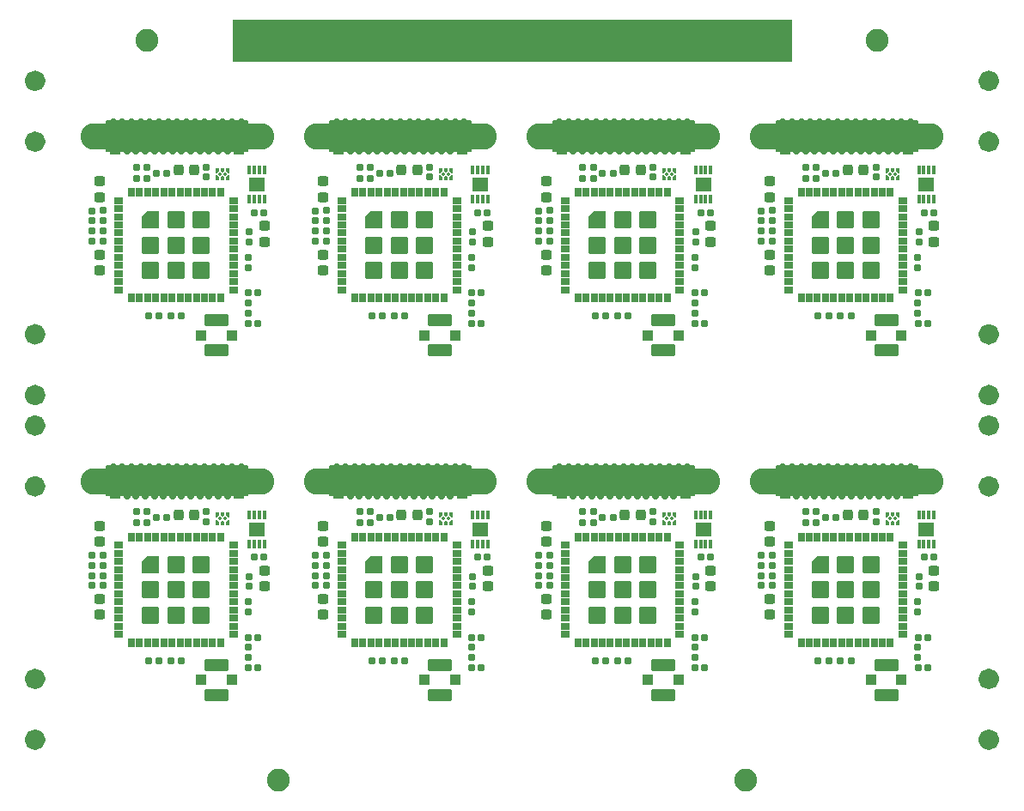
<source format=gts>
G04 #@! TF.GenerationSoftware,KiCad,Pcbnew,8.0.2-1*
G04 #@! TF.CreationDate,2024-07-25T16:39:03+09:00*
G04 #@! TF.ProjectId,leafony-lora-abz_Panelized_Ver1.2,6c656166-6f6e-4792-9d6c-6f72612d6162,rev?*
G04 #@! TF.SameCoordinates,PX4a62f80PY7829b80*
G04 #@! TF.FileFunction,Soldermask,Top*
G04 #@! TF.FilePolarity,Negative*
%FSLAX46Y46*%
G04 Gerber Fmt 4.6, Leading zero omitted, Abs format (unit mm)*
G04 Created by KiCad (PCBNEW 8.0.2-1) date 2024-07-25 16:39:03*
%MOMM*%
%LPD*%
G01*
G04 APERTURE LIST*
G04 Aperture macros list*
%AMRoundRect*
0 Rectangle with rounded corners*
0 $1 Rounding radius*
0 $2 $3 $4 $5 $6 $7 $8 $9 X,Y pos of 4 corners*
0 Add a 4 corners polygon primitive as box body*
4,1,4,$2,$3,$4,$5,$6,$7,$8,$9,$2,$3,0*
0 Add four circle primitives for the rounded corners*
1,1,$1+$1,$2,$3*
1,1,$1+$1,$4,$5*
1,1,$1+$1,$6,$7*
1,1,$1+$1,$8,$9*
0 Add four rect primitives between the rounded corners*
20,1,$1+$1,$2,$3,$4,$5,0*
20,1,$1+$1,$4,$5,$6,$7,0*
20,1,$1+$1,$6,$7,$8,$9,0*
20,1,$1+$1,$8,$9,$2,$3,0*%
%AMFreePoly0*
4,1,14,0.302055,0.136955,0.316700,0.101600,0.316700,0.000000,0.302055,-0.035355,0.200455,-0.136955,0.165100,-0.151600,-0.152400,-0.151600,-0.187755,-0.136955,-0.202400,-0.101600,-0.202400,0.101600,-0.187755,0.136955,-0.152400,0.151600,0.266700,0.151600,0.302055,0.136955,0.302055,0.136955,$1*%
%AMFreePoly1*
4,1,14,0.200455,0.136955,0.302055,0.035355,0.316700,0.000000,0.302055,-0.035355,0.200455,-0.136955,0.165100,-0.151600,-0.152400,-0.151600,-0.187755,-0.136955,-0.202400,-0.101600,-0.202400,0.101600,-0.187755,0.136955,-0.152400,0.151600,0.165100,0.151600,0.200455,0.136955,0.200455,0.136955,$1*%
%AMFreePoly2*
4,1,14,0.200455,0.136955,0.302055,0.035355,0.316700,0.000000,0.316700,-0.101600,0.302055,-0.136955,0.266700,-0.151600,-0.152400,-0.151600,-0.187755,-0.136955,-0.202400,-0.101600,-0.202400,0.101600,-0.187755,0.136955,-0.152400,0.151600,0.165100,0.151600,0.200455,0.136955,0.200455,0.136955,$1*%
%AMFreePoly3*
4,1,14,0.187755,0.136955,0.202400,0.101600,0.202400,-0.101600,0.187755,-0.136955,0.152400,-0.151600,-0.266700,-0.151600,-0.302055,-0.136955,-0.316700,-0.101600,-0.316700,0.000000,-0.302055,0.035355,-0.200455,0.136955,-0.165100,0.151600,0.152400,0.151600,0.187755,0.136955,0.187755,0.136955,$1*%
%AMFreePoly4*
4,1,14,0.187755,0.136955,0.202400,0.101600,0.202400,-0.101600,0.187755,-0.136955,0.152400,-0.151600,-0.165100,-0.151600,-0.200455,-0.136955,-0.302055,-0.035355,-0.316700,0.000000,-0.302055,0.035355,-0.200455,0.136955,-0.165100,0.151600,0.152400,0.151600,0.187755,0.136955,0.187755,0.136955,$1*%
%AMFreePoly5*
4,1,14,0.187755,0.136955,0.202400,0.101600,0.202400,-0.101600,0.187755,-0.136955,0.152400,-0.151600,-0.165100,-0.151600,-0.200455,-0.136955,-0.302055,-0.035355,-0.316700,0.000000,-0.316700,0.101600,-0.302055,0.136955,-0.266700,0.151600,0.152400,0.151600,0.187755,0.136955,0.187755,0.136955,$1*%
%AMFreePoly6*
4,1,14,0.335355,0.835355,0.835355,0.335355,0.850000,0.300000,0.850000,-0.800000,0.835355,-0.835355,0.800000,-0.850000,-0.800000,-0.850000,-0.835355,-0.835355,-0.850000,-0.800000,-0.850000,0.800000,-0.835355,0.835355,-0.800000,0.850000,0.300000,0.850000,0.335355,0.835355,0.335355,0.835355,$1*%
%AMFreePoly7*
4,1,33,0.069195,0.917427,0.167101,0.881793,0.182140,0.873110,0.261953,0.806138,0.273114,0.792836,0.325209,0.702606,0.331148,0.686288,0.349240,0.583682,0.349240,0.566318,0.331148,0.463712,0.325209,0.447394,0.275000,0.360430,0.275000,-0.575000,0.260355,-0.610355,0.225000,-0.625000,-0.225000,-0.625000,-0.260355,-0.610355,-0.275000,-0.575000,-0.275000,0.360430,-0.325209,0.447394,
-0.331148,0.463712,-0.349240,0.566318,-0.349240,0.583682,-0.331148,0.686288,-0.325209,0.702606,-0.273114,0.792836,-0.261953,0.806138,-0.182140,0.873110,-0.167101,0.881793,-0.069195,0.917427,-0.052094,0.920442,0.052094,0.920442,0.069195,0.917427,0.069195,0.917427,$1*%
G04 Aperture macros list end*
%ADD10C,0.150000*%
%ADD11C,1.050000*%
%ADD12C,0.100000*%
%ADD13C,0.000000*%
%ADD14FreePoly0,90.000000*%
%ADD15FreePoly1,90.000000*%
%ADD16FreePoly2,90.000000*%
%ADD17RoundRect,0.050000X0.161645X0.000000X0.000000X0.161645X-0.161645X0.000000X0.000000X-0.161645X0*%
%ADD18FreePoly3,90.000000*%
%ADD19FreePoly4,90.000000*%
%ADD20FreePoly5,90.000000*%
%ADD21RoundRect,0.250000X-0.275000X0.250000X-0.275000X-0.250000X0.275000X-0.250000X0.275000X0.250000X0*%
%ADD22RoundRect,0.160000X-0.210000X0.160000X-0.210000X-0.160000X0.210000X-0.160000X0.210000X0.160000X0*%
%ADD23RoundRect,0.160000X-0.160000X-0.210000X0.160000X-0.210000X0.160000X0.210000X-0.160000X0.210000X0*%
%ADD24RoundRect,0.165000X0.195000X-0.165000X0.195000X0.165000X-0.195000X0.165000X-0.195000X-0.165000X0*%
%ADD25RoundRect,0.250000X0.275000X-0.250000X0.275000X0.250000X-0.275000X0.250000X-0.275000X-0.250000X0*%
%ADD26RoundRect,0.250000X0.250000X0.275000X-0.250000X0.275000X-0.250000X-0.275000X0.250000X-0.275000X0*%
%ADD27RoundRect,0.050000X-0.400000X-0.250000X0.400000X-0.250000X0.400000X0.250000X-0.400000X0.250000X0*%
%ADD28RoundRect,0.050000X0.250000X-0.400000X0.250000X0.400000X-0.250000X0.400000X-0.250000X-0.400000X0*%
%ADD29RoundRect,0.050000X-0.250000X0.400000X-0.250000X-0.400000X0.250000X-0.400000X0.250000X0.400000X0*%
%ADD30FreePoly6,90.000000*%
%ADD31RoundRect,0.050000X0.800000X-0.800000X0.800000X0.800000X-0.800000X0.800000X-0.800000X-0.800000X0*%
%ADD32RoundRect,0.165000X-0.165000X-0.195000X0.165000X-0.195000X0.165000X0.195000X-0.165000X0.195000X0*%
%ADD33RoundRect,0.050000X0.500000X-0.500000X0.500000X0.500000X-0.500000X0.500000X-0.500000X-0.500000X0*%
%ADD34RoundRect,0.050000X1.100000X-0.525000X1.100000X0.525000X-1.100000X0.525000X-1.100000X-0.525000X0*%
%ADD35RoundRect,0.165000X0.165000X0.195000X-0.165000X0.195000X-0.165000X-0.195000X0.165000X-0.195000X0*%
%ADD36RoundRect,0.165000X-0.195000X0.165000X-0.195000X-0.165000X0.195000X-0.165000X0.195000X0.165000X0*%
%ADD37C,2.250000*%
%ADD38RoundRect,0.160000X0.160000X0.210000X-0.160000X0.210000X-0.160000X-0.210000X0.160000X-0.210000X0*%
%ADD39RoundRect,0.050000X-0.150000X0.375000X-0.150000X-0.375000X0.150000X-0.375000X0.150000X0.375000X0*%
%ADD40RoundRect,0.050000X-0.750000X0.650000X-0.750000X-0.650000X0.750000X-0.650000X0.750000X0.650000X0*%
%ADD41RoundRect,0.160000X0.210000X-0.160000X0.210000X0.160000X-0.210000X0.160000X-0.210000X-0.160000X0*%
%ADD42C,2.590000*%
%ADD43RoundRect,0.050000X-0.450000X-0.725000X0.450000X-0.725000X0.450000X0.725000X-0.450000X0.725000X0*%
%ADD44FreePoly7,0.000000*%
%ADD45FreePoly7,180.000000*%
G04 APERTURE END LIST*
D10*
X89950000Y67100000D02*
X76050000Y67100000D01*
X76050000Y70000000D01*
X89950000Y70000000D01*
X89950000Y67100000D01*
G36*
X89950000Y67100000D02*
G01*
X76050000Y67100000D01*
X76050000Y70000000D01*
X89950000Y70000000D01*
X89950000Y67100000D01*
G37*
X89950000Y33100000D02*
X76050000Y33100000D01*
X76050000Y36000000D01*
X89950000Y36000000D01*
X89950000Y33100000D01*
G36*
X89950000Y33100000D02*
G01*
X76050000Y33100000D01*
X76050000Y36000000D01*
X89950000Y36000000D01*
X89950000Y33100000D01*
G37*
X76050000Y67300000D02*
X74750000Y67300000D01*
X74750000Y69700000D01*
X76050000Y69700000D01*
X76050000Y67300000D01*
G36*
X76050000Y67300000D02*
G01*
X74750000Y67300000D01*
X74750000Y69700000D01*
X76050000Y69700000D01*
X76050000Y67300000D01*
G37*
X23950000Y33100000D02*
X10050000Y33100000D01*
X10050000Y36000000D01*
X23950000Y36000000D01*
X23950000Y33100000D01*
G36*
X23950000Y33100000D02*
G01*
X10050000Y33100000D01*
X10050000Y36000000D01*
X23950000Y36000000D01*
X23950000Y33100000D01*
G37*
X69250000Y67300000D02*
X67950000Y67300000D01*
X67950000Y69700000D01*
X69250000Y69700000D01*
X69250000Y67300000D01*
G36*
X69250000Y67300000D02*
G01*
X67950000Y67300000D01*
X67950000Y69700000D01*
X69250000Y69700000D01*
X69250000Y67300000D01*
G37*
D11*
X3525000Y49000000D02*
G75*
G02*
X2475000Y49000000I-525000J0D01*
G01*
X2475000Y49000000D02*
G75*
G02*
X3525000Y49000000I525000J0D01*
G01*
X97525000Y68000000D02*
G75*
G02*
X96475000Y68000000I-525000J0D01*
G01*
X96475000Y68000000D02*
G75*
G02*
X97525000Y68000000I525000J0D01*
G01*
D10*
X54050000Y33300000D02*
X52750000Y33300000D01*
X52750000Y35700000D01*
X54050000Y35700000D01*
X54050000Y33300000D01*
G36*
X54050000Y33300000D02*
G01*
X52750000Y33300000D01*
X52750000Y35700000D01*
X54050000Y35700000D01*
X54050000Y33300000D01*
G37*
X47250000Y33300000D02*
X45950000Y33300000D01*
X45950000Y35700000D01*
X47250000Y35700000D01*
X47250000Y33300000D01*
G36*
X47250000Y33300000D02*
G01*
X45950000Y33300000D01*
X45950000Y35700000D01*
X47250000Y35700000D01*
X47250000Y33300000D01*
G37*
D11*
X97525000Y43000000D02*
G75*
G02*
X96475000Y43000000I-525000J0D01*
G01*
X96475000Y43000000D02*
G75*
G02*
X97525000Y43000000I525000J0D01*
G01*
D10*
X10050000Y67300000D02*
X8750000Y67300000D01*
X8750000Y69700000D01*
X10050000Y69700000D01*
X10050000Y67300000D01*
G36*
X10050000Y67300000D02*
G01*
X8750000Y67300000D01*
X8750000Y69700000D01*
X10050000Y69700000D01*
X10050000Y67300000D01*
G37*
X25250000Y33300000D02*
X23950000Y33300000D01*
X23950000Y35700000D01*
X25250000Y35700000D01*
X25250000Y33300000D01*
G36*
X25250000Y33300000D02*
G01*
X23950000Y33300000D01*
X23950000Y35700000D01*
X25250000Y35700000D01*
X25250000Y33300000D01*
G37*
X67950000Y67100000D02*
X54050000Y67100000D01*
X54050000Y70000000D01*
X67950000Y70000000D01*
X67950000Y67100000D01*
G36*
X67950000Y67100000D02*
G01*
X54050000Y67100000D01*
X54050000Y70000000D01*
X67950000Y70000000D01*
X67950000Y67100000D01*
G37*
D12*
X22500000Y80000000D02*
X77500000Y80000000D01*
X77500000Y76000000D01*
X22500000Y76000000D01*
X22500000Y80000000D01*
G36*
X22500000Y80000000D02*
G01*
X77500000Y80000000D01*
X77500000Y76000000D01*
X22500000Y76000000D01*
X22500000Y80000000D01*
G37*
D10*
X69250000Y33300000D02*
X67950000Y33300000D01*
X67950000Y35700000D01*
X69250000Y35700000D01*
X69250000Y33300000D01*
G36*
X69250000Y33300000D02*
G01*
X67950000Y33300000D01*
X67950000Y35700000D01*
X69250000Y35700000D01*
X69250000Y33300000D01*
G37*
X45950000Y67100000D02*
X32050000Y67100000D01*
X32050000Y70000000D01*
X45950000Y70000000D01*
X45950000Y67100000D01*
G36*
X45950000Y67100000D02*
G01*
X32050000Y67100000D01*
X32050000Y70000000D01*
X45950000Y70000000D01*
X45950000Y67100000D01*
G37*
D11*
X97525000Y40000000D02*
G75*
G02*
X96475000Y40000000I-525000J0D01*
G01*
X96475000Y40000000D02*
G75*
G02*
X97525000Y40000000I525000J0D01*
G01*
X97525000Y9000000D02*
G75*
G02*
X96475000Y9000000I-525000J0D01*
G01*
X96475000Y9000000D02*
G75*
G02*
X97525000Y9000000I525000J0D01*
G01*
X3525000Y40000000D02*
G75*
G02*
X2475000Y40000000I-525000J0D01*
G01*
X2475000Y40000000D02*
G75*
G02*
X3525000Y40000000I525000J0D01*
G01*
D10*
X25250000Y67300000D02*
X23950000Y67300000D01*
X23950000Y69700000D01*
X25250000Y69700000D01*
X25250000Y67300000D01*
G36*
X25250000Y67300000D02*
G01*
X23950000Y67300000D01*
X23950000Y69700000D01*
X25250000Y69700000D01*
X25250000Y67300000D01*
G37*
X76050000Y33300000D02*
X74750000Y33300000D01*
X74750000Y35700000D01*
X76050000Y35700000D01*
X76050000Y33300000D01*
G36*
X76050000Y33300000D02*
G01*
X74750000Y33300000D01*
X74750000Y35700000D01*
X76050000Y35700000D01*
X76050000Y33300000D01*
G37*
X91250000Y67300000D02*
X89950000Y67300000D01*
X89950000Y69700000D01*
X91250000Y69700000D01*
X91250000Y67300000D01*
G36*
X91250000Y67300000D02*
G01*
X89950000Y67300000D01*
X89950000Y69700000D01*
X91250000Y69700000D01*
X91250000Y67300000D01*
G37*
X32050000Y33300000D02*
X30750000Y33300000D01*
X30750000Y35700000D01*
X32050000Y35700000D01*
X32050000Y33300000D01*
G36*
X32050000Y33300000D02*
G01*
X30750000Y33300000D01*
X30750000Y35700000D01*
X32050000Y35700000D01*
X32050000Y33300000D01*
G37*
D11*
X3525000Y9000000D02*
G75*
G02*
X2475000Y9000000I-525000J0D01*
G01*
X2475000Y9000000D02*
G75*
G02*
X3525000Y9000000I525000J0D01*
G01*
D10*
X10050000Y33300000D02*
X8750000Y33300000D01*
X8750000Y35700000D01*
X10050000Y35700000D01*
X10050000Y33300000D01*
G36*
X10050000Y33300000D02*
G01*
X8750000Y33300000D01*
X8750000Y35700000D01*
X10050000Y35700000D01*
X10050000Y33300000D01*
G37*
D11*
X97525000Y49000000D02*
G75*
G02*
X96475000Y49000000I-525000J0D01*
G01*
X96475000Y49000000D02*
G75*
G02*
X97525000Y49000000I525000J0D01*
G01*
X3525000Y15000000D02*
G75*
G02*
X2475000Y15000000I-525000J0D01*
G01*
X2475000Y15000000D02*
G75*
G02*
X3525000Y15000000I525000J0D01*
G01*
D10*
X91250000Y33300000D02*
X89950000Y33300000D01*
X89950000Y35700000D01*
X91250000Y35700000D01*
X91250000Y33300000D01*
G36*
X91250000Y33300000D02*
G01*
X89950000Y33300000D01*
X89950000Y35700000D01*
X91250000Y35700000D01*
X91250000Y33300000D01*
G37*
X67950000Y33100000D02*
X54050000Y33100000D01*
X54050000Y36000000D01*
X67950000Y36000000D01*
X67950000Y33100000D01*
G36*
X67950000Y33100000D02*
G01*
X54050000Y33100000D01*
X54050000Y36000000D01*
X67950000Y36000000D01*
X67950000Y33100000D01*
G37*
X54050000Y67300000D02*
X52750000Y67300000D01*
X52750000Y69700000D01*
X54050000Y69700000D01*
X54050000Y67300000D01*
G36*
X54050000Y67300000D02*
G01*
X52750000Y67300000D01*
X52750000Y69700000D01*
X54050000Y69700000D01*
X54050000Y67300000D01*
G37*
X23950000Y67100000D02*
X10050000Y67100000D01*
X10050000Y70000000D01*
X23950000Y70000000D01*
X23950000Y67100000D01*
G36*
X23950000Y67100000D02*
G01*
X10050000Y67100000D01*
X10050000Y70000000D01*
X23950000Y70000000D01*
X23950000Y67100000D01*
G37*
X47250000Y67300000D02*
X45950000Y67300000D01*
X45950000Y69700000D01*
X47250000Y69700000D01*
X47250000Y67300000D01*
G36*
X47250000Y67300000D02*
G01*
X45950000Y67300000D01*
X45950000Y69700000D01*
X47250000Y69700000D01*
X47250000Y67300000D01*
G37*
X45950000Y33100000D02*
X32050000Y33100000D01*
X32050000Y36000000D01*
X45950000Y36000000D01*
X45950000Y33100000D01*
G36*
X45950000Y33100000D02*
G01*
X32050000Y33100000D01*
X32050000Y36000000D01*
X45950000Y36000000D01*
X45950000Y33100000D01*
G37*
D11*
X97525000Y34000000D02*
G75*
G02*
X96475000Y34000000I-525000J0D01*
G01*
X96475000Y34000000D02*
G75*
G02*
X97525000Y34000000I525000J0D01*
G01*
X3525000Y43000000D02*
G75*
G02*
X2475000Y43000000I-525000J0D01*
G01*
X2475000Y43000000D02*
G75*
G02*
X3525000Y43000000I525000J0D01*
G01*
X97525000Y74000000D02*
G75*
G02*
X96475000Y74000000I-525000J0D01*
G01*
X96475000Y74000000D02*
G75*
G02*
X97525000Y74000000I525000J0D01*
G01*
X97525000Y15000000D02*
G75*
G02*
X96475000Y15000000I-525000J0D01*
G01*
X96475000Y15000000D02*
G75*
G02*
X97525000Y15000000I525000J0D01*
G01*
X3525000Y68000000D02*
G75*
G02*
X2475000Y68000000I-525000J0D01*
G01*
X2475000Y68000000D02*
G75*
G02*
X3525000Y68000000I525000J0D01*
G01*
X3525000Y34000000D02*
G75*
G02*
X2475000Y34000000I-525000J0D01*
G01*
X2475000Y34000000D02*
G75*
G02*
X3525000Y34000000I525000J0D01*
G01*
D10*
X32050000Y67300000D02*
X30750000Y67300000D01*
X30750000Y69700000D01*
X32050000Y69700000D01*
X32050000Y67300000D01*
G36*
X32050000Y67300000D02*
G01*
X30750000Y67300000D01*
X30750000Y69700000D01*
X32050000Y69700000D01*
X32050000Y67300000D01*
G37*
D11*
X3525000Y74000000D02*
G75*
G02*
X2475000Y74000000I-525000J0D01*
G01*
X2475000Y74000000D02*
G75*
G02*
X3525000Y74000000I525000J0D01*
G01*
D13*
G36*
X21101220Y30518060D02*
G01*
X21101220Y30200560D01*
X20898020Y30200560D01*
X20898020Y30619660D01*
X20999620Y30619660D01*
X21101220Y30518060D01*
G37*
G36*
X21601600Y30518060D02*
G01*
X21601600Y30200560D01*
X21398400Y30200560D01*
X21398400Y30518060D01*
X21500000Y30619660D01*
X21601600Y30518060D01*
G37*
G36*
X22101980Y30200560D02*
G01*
X21898780Y30200560D01*
X21898780Y30518060D01*
X22000380Y30619660D01*
X22101980Y30619660D01*
X22101980Y30200560D01*
G37*
G36*
X21101220Y31081940D02*
G01*
X20999620Y30980340D01*
X20898020Y30980340D01*
X20898020Y31399440D01*
X21101220Y31399440D01*
X21101220Y31081940D01*
G37*
G36*
X21601600Y31081940D02*
G01*
X21500000Y30980340D01*
X21398400Y31081940D01*
X21398400Y31399440D01*
X21601600Y31399440D01*
X21601600Y31081940D01*
G37*
G36*
X22101980Y30980340D02*
G01*
X22000380Y30980340D01*
X21898780Y31081940D01*
X21898780Y31399440D01*
X22101980Y31399440D01*
X22101980Y30980340D01*
G37*
G36*
X87101220Y30518060D02*
G01*
X87101220Y30200560D01*
X86898020Y30200560D01*
X86898020Y30619660D01*
X86999620Y30619660D01*
X87101220Y30518060D01*
G37*
G36*
X87601600Y30518060D02*
G01*
X87601600Y30200560D01*
X87398400Y30200560D01*
X87398400Y30518060D01*
X87500000Y30619660D01*
X87601600Y30518060D01*
G37*
G36*
X88101980Y30200560D02*
G01*
X87898780Y30200560D01*
X87898780Y30518060D01*
X88000380Y30619660D01*
X88101980Y30619660D01*
X88101980Y30200560D01*
G37*
G36*
X87101220Y31081940D02*
G01*
X86999620Y30980340D01*
X86898020Y30980340D01*
X86898020Y31399440D01*
X87101220Y31399440D01*
X87101220Y31081940D01*
G37*
G36*
X87601600Y31081940D02*
G01*
X87500000Y30980340D01*
X87398400Y31081940D01*
X87398400Y31399440D01*
X87601600Y31399440D01*
X87601600Y31081940D01*
G37*
G36*
X88101980Y30980340D02*
G01*
X88000380Y30980340D01*
X87898780Y31081940D01*
X87898780Y31399440D01*
X88101980Y31399440D01*
X88101980Y30980340D01*
G37*
G36*
X43101220Y30518060D02*
G01*
X43101220Y30200560D01*
X42898020Y30200560D01*
X42898020Y30619660D01*
X42999620Y30619660D01*
X43101220Y30518060D01*
G37*
G36*
X43601600Y30518060D02*
G01*
X43601600Y30200560D01*
X43398400Y30200560D01*
X43398400Y30518060D01*
X43500000Y30619660D01*
X43601600Y30518060D01*
G37*
G36*
X44101980Y30200560D02*
G01*
X43898780Y30200560D01*
X43898780Y30518060D01*
X44000380Y30619660D01*
X44101980Y30619660D01*
X44101980Y30200560D01*
G37*
G36*
X43101220Y31081940D02*
G01*
X42999620Y30980340D01*
X42898020Y30980340D01*
X42898020Y31399440D01*
X43101220Y31399440D01*
X43101220Y31081940D01*
G37*
G36*
X43601600Y31081940D02*
G01*
X43500000Y30980340D01*
X43398400Y31081940D01*
X43398400Y31399440D01*
X43601600Y31399440D01*
X43601600Y31081940D01*
G37*
G36*
X44101980Y30980340D02*
G01*
X44000380Y30980340D01*
X43898780Y31081940D01*
X43898780Y31399440D01*
X44101980Y31399440D01*
X44101980Y30980340D01*
G37*
G36*
X65101220Y30518060D02*
G01*
X65101220Y30200560D01*
X64898020Y30200560D01*
X64898020Y30619660D01*
X64999620Y30619660D01*
X65101220Y30518060D01*
G37*
G36*
X65601600Y30518060D02*
G01*
X65601600Y30200560D01*
X65398400Y30200560D01*
X65398400Y30518060D01*
X65500000Y30619660D01*
X65601600Y30518060D01*
G37*
G36*
X66101980Y30200560D02*
G01*
X65898780Y30200560D01*
X65898780Y30518060D01*
X66000380Y30619660D01*
X66101980Y30619660D01*
X66101980Y30200560D01*
G37*
G36*
X65101220Y31081940D02*
G01*
X64999620Y30980340D01*
X64898020Y30980340D01*
X64898020Y31399440D01*
X65101220Y31399440D01*
X65101220Y31081940D01*
G37*
G36*
X65601600Y31081940D02*
G01*
X65500000Y30980340D01*
X65398400Y31081940D01*
X65398400Y31399440D01*
X65601600Y31399440D01*
X65601600Y31081940D01*
G37*
G36*
X66101980Y30980340D02*
G01*
X66000380Y30980340D01*
X65898780Y31081940D01*
X65898780Y31399440D01*
X66101980Y31399440D01*
X66101980Y30980340D01*
G37*
G36*
X21101220Y64518060D02*
G01*
X21101220Y64200560D01*
X20898020Y64200560D01*
X20898020Y64619660D01*
X20999620Y64619660D01*
X21101220Y64518060D01*
G37*
G36*
X21601600Y64518060D02*
G01*
X21601600Y64200560D01*
X21398400Y64200560D01*
X21398400Y64518060D01*
X21500000Y64619660D01*
X21601600Y64518060D01*
G37*
G36*
X22101980Y64200560D02*
G01*
X21898780Y64200560D01*
X21898780Y64518060D01*
X22000380Y64619660D01*
X22101980Y64619660D01*
X22101980Y64200560D01*
G37*
G36*
X21101220Y65081940D02*
G01*
X20999620Y64980340D01*
X20898020Y64980340D01*
X20898020Y65399440D01*
X21101220Y65399440D01*
X21101220Y65081940D01*
G37*
G36*
X21601600Y65081940D02*
G01*
X21500000Y64980340D01*
X21398400Y65081940D01*
X21398400Y65399440D01*
X21601600Y65399440D01*
X21601600Y65081940D01*
G37*
G36*
X22101980Y64980340D02*
G01*
X22000380Y64980340D01*
X21898780Y65081940D01*
X21898780Y65399440D01*
X22101980Y65399440D01*
X22101980Y64980340D01*
G37*
G36*
X65101220Y64518060D02*
G01*
X65101220Y64200560D01*
X64898020Y64200560D01*
X64898020Y64619660D01*
X64999620Y64619660D01*
X65101220Y64518060D01*
G37*
G36*
X65601600Y64518060D02*
G01*
X65601600Y64200560D01*
X65398400Y64200560D01*
X65398400Y64518060D01*
X65500000Y64619660D01*
X65601600Y64518060D01*
G37*
G36*
X66101980Y64200560D02*
G01*
X65898780Y64200560D01*
X65898780Y64518060D01*
X66000380Y64619660D01*
X66101980Y64619660D01*
X66101980Y64200560D01*
G37*
G36*
X65101220Y65081940D02*
G01*
X64999620Y64980340D01*
X64898020Y64980340D01*
X64898020Y65399440D01*
X65101220Y65399440D01*
X65101220Y65081940D01*
G37*
G36*
X65601600Y65081940D02*
G01*
X65500000Y64980340D01*
X65398400Y65081940D01*
X65398400Y65399440D01*
X65601600Y65399440D01*
X65601600Y65081940D01*
G37*
G36*
X66101980Y64980340D02*
G01*
X66000380Y64980340D01*
X65898780Y65081940D01*
X65898780Y65399440D01*
X66101980Y65399440D01*
X66101980Y64980340D01*
G37*
G36*
X87101220Y64518060D02*
G01*
X87101220Y64200560D01*
X86898020Y64200560D01*
X86898020Y64619660D01*
X86999620Y64619660D01*
X87101220Y64518060D01*
G37*
G36*
X87601600Y64518060D02*
G01*
X87601600Y64200560D01*
X87398400Y64200560D01*
X87398400Y64518060D01*
X87500000Y64619660D01*
X87601600Y64518060D01*
G37*
G36*
X88101980Y64200560D02*
G01*
X87898780Y64200560D01*
X87898780Y64518060D01*
X88000380Y64619660D01*
X88101980Y64619660D01*
X88101980Y64200560D01*
G37*
G36*
X87101220Y65081940D02*
G01*
X86999620Y64980340D01*
X86898020Y64980340D01*
X86898020Y65399440D01*
X87101220Y65399440D01*
X87101220Y65081940D01*
G37*
G36*
X87601600Y65081940D02*
G01*
X87500000Y64980340D01*
X87398400Y65081940D01*
X87398400Y65399440D01*
X87601600Y65399440D01*
X87601600Y65081940D01*
G37*
G36*
X88101980Y64980340D02*
G01*
X88000380Y64980340D01*
X87898780Y65081940D01*
X87898780Y65399440D01*
X88101980Y65399440D01*
X88101980Y64980340D01*
G37*
G36*
X43101220Y64518060D02*
G01*
X43101220Y64200560D01*
X42898020Y64200560D01*
X42898020Y64619660D01*
X42999620Y64619660D01*
X43101220Y64518060D01*
G37*
G36*
X43601600Y64518060D02*
G01*
X43601600Y64200560D01*
X43398400Y64200560D01*
X43398400Y64518060D01*
X43500000Y64619660D01*
X43601600Y64518060D01*
G37*
G36*
X44101980Y64200560D02*
G01*
X43898780Y64200560D01*
X43898780Y64518060D01*
X44000380Y64619660D01*
X44101980Y64619660D01*
X44101980Y64200560D01*
G37*
G36*
X43101220Y65081940D02*
G01*
X42999620Y64980340D01*
X42898020Y64980340D01*
X42898020Y65399440D01*
X43101220Y65399440D01*
X43101220Y65081940D01*
G37*
G36*
X43601600Y65081940D02*
G01*
X43500000Y64980340D01*
X43398400Y65081940D01*
X43398400Y65399440D01*
X43601600Y65399440D01*
X43601600Y65081940D01*
G37*
G36*
X44101980Y64980340D02*
G01*
X44000380Y64980340D01*
X43898780Y65081940D01*
X43898780Y65399440D01*
X44101980Y65399440D01*
X44101980Y64980340D01*
G37*
D14*
X20999620Y30352960D03*
D15*
X21500000Y30352960D03*
D16*
X22000380Y30352960D03*
D17*
X21769240Y30800000D03*
D18*
X22000380Y31247040D03*
D19*
X21500000Y31247040D03*
D20*
X20999620Y31247040D03*
D17*
X21230760Y30800000D03*
D21*
X9400000Y22875000D03*
X9400000Y21325000D03*
D22*
X24000000Y52110000D03*
X24000000Y51090000D03*
D23*
X16390000Y16800000D03*
X17410000Y16800000D03*
D24*
X8600000Y24220000D03*
X8600000Y25180000D03*
D25*
X75400000Y28525000D03*
X75400000Y30075000D03*
D24*
X52600000Y58220000D03*
X52600000Y59180000D03*
D22*
X46000000Y18110000D03*
X46000000Y17090000D03*
D26*
X40675000Y65200000D03*
X39125000Y65200000D03*
D27*
X33250000Y62200000D03*
X33250000Y61400000D03*
X33250000Y60600000D03*
X33250000Y59800000D03*
X33250000Y59000000D03*
X33250000Y58200000D03*
X33250000Y57400000D03*
X33250000Y56600000D03*
X33250000Y55800000D03*
X33250000Y55000000D03*
X33250000Y54200000D03*
X33250000Y53400000D03*
D28*
X34500000Y52600000D03*
X35300000Y52600000D03*
X36100000Y52600000D03*
X36900000Y52600000D03*
X37700000Y52600000D03*
X38500000Y52600000D03*
X39300000Y52600000D03*
D29*
X40100000Y52600000D03*
X40900000Y52600000D03*
X41700000Y52600000D03*
X42500000Y52600000D03*
X43300000Y52600000D03*
D27*
X44550000Y53400000D03*
X44550000Y54200000D03*
X44550000Y55000000D03*
X44550000Y55800000D03*
X44550000Y56600000D03*
X44550000Y57400000D03*
X44550000Y58200000D03*
X44550000Y59000000D03*
X44550000Y59800000D03*
X44550000Y60600000D03*
X44550000Y61400000D03*
X44550000Y62200000D03*
D28*
X43300000Y63000000D03*
X42500000Y63000000D03*
X41700000Y63000000D03*
X40900000Y63000000D03*
X40100000Y63000000D03*
X39300000Y63000000D03*
X38500000Y63000000D03*
X37700000Y63000000D03*
X36900000Y63000000D03*
X36100000Y63000000D03*
X35300000Y63000000D03*
X34500000Y63000000D03*
D30*
X36400000Y60300000D03*
D31*
X38900000Y60300000D03*
X41400000Y60300000D03*
X36400000Y57800000D03*
X38900000Y57800000D03*
X41400000Y57800000D03*
X36400000Y55300000D03*
X38900000Y55300000D03*
X41400000Y55300000D03*
D14*
X86999620Y30352960D03*
D15*
X87500000Y30352960D03*
D16*
X88000380Y30352960D03*
D17*
X87769240Y30800000D03*
D18*
X88000380Y31247040D03*
D19*
X87500000Y31247040D03*
D20*
X86999620Y31247040D03*
D17*
X87230760Y30800000D03*
D32*
X68020000Y19100000D03*
X68980000Y19100000D03*
D33*
X22400000Y14900000D03*
D34*
X20900000Y13425000D03*
D33*
X19400000Y14900000D03*
D34*
X20900000Y16375000D03*
D33*
X44400000Y48900000D03*
D34*
X42900000Y47425000D03*
D33*
X41400000Y48900000D03*
D34*
X42900000Y50375000D03*
D32*
X90020000Y16100000D03*
X90980000Y16100000D03*
D33*
X88400000Y48900000D03*
D34*
X86900000Y47425000D03*
D33*
X85400000Y48900000D03*
D34*
X86900000Y50375000D03*
D35*
X25580000Y27000000D03*
X24620000Y27000000D03*
D14*
X42999620Y30352960D03*
D15*
X43500000Y30352960D03*
D16*
X44000380Y30352960D03*
D17*
X43769240Y30800000D03*
D18*
X44000380Y31247040D03*
D19*
X43500000Y31247040D03*
D20*
X42999620Y31247040D03*
D17*
X43230760Y30800000D03*
D22*
X68000000Y22610000D03*
X68000000Y21590000D03*
D36*
X52600000Y27180000D03*
X52600000Y26220000D03*
D23*
X80940000Y64900000D03*
X81960000Y64900000D03*
D24*
X74600000Y58220000D03*
X74600000Y59180000D03*
D26*
X62675000Y65200000D03*
X61125000Y65200000D03*
D27*
X11250000Y28200000D03*
X11250000Y27400000D03*
X11250000Y26600000D03*
X11250000Y25800000D03*
X11250000Y25000000D03*
X11250000Y24200000D03*
X11250000Y23400000D03*
X11250000Y22600000D03*
X11250000Y21800000D03*
X11250000Y21000000D03*
X11250000Y20200000D03*
X11250000Y19400000D03*
D28*
X12500000Y18600000D03*
X13300000Y18600000D03*
X14100000Y18600000D03*
X14900000Y18600000D03*
X15700000Y18600000D03*
X16500000Y18600000D03*
X17300000Y18600000D03*
D29*
X18100000Y18600000D03*
X18900000Y18600000D03*
X19700000Y18600000D03*
X20500000Y18600000D03*
X21300000Y18600000D03*
D27*
X22550000Y19400000D03*
X22550000Y20200000D03*
X22550000Y21000000D03*
X22550000Y21800000D03*
X22550000Y22600000D03*
X22550000Y23400000D03*
X22550000Y24200000D03*
X22550000Y25000000D03*
X22550000Y25800000D03*
X22550000Y26600000D03*
X22550000Y27400000D03*
X22550000Y28200000D03*
D28*
X21300000Y29000000D03*
X20500000Y29000000D03*
X19700000Y29000000D03*
X18900000Y29000000D03*
X18100000Y29000000D03*
X17300000Y29000000D03*
X16500000Y29000000D03*
X15700000Y29000000D03*
X14900000Y29000000D03*
X14100000Y29000000D03*
X13300000Y29000000D03*
X12500000Y29000000D03*
D30*
X14400000Y26300000D03*
D31*
X16900000Y26300000D03*
X19400000Y26300000D03*
X14400000Y23800000D03*
X16900000Y23800000D03*
X19400000Y23800000D03*
X14400000Y21300000D03*
X16900000Y21300000D03*
X19400000Y21300000D03*
D23*
X78990000Y30400000D03*
X80010000Y30400000D03*
D36*
X85900000Y31480000D03*
X85900000Y30520000D03*
D23*
X38390000Y16800000D03*
X39410000Y16800000D03*
D24*
X53700000Y58220000D03*
X53700000Y59180000D03*
D37*
X27000000Y5000000D03*
D23*
X16390000Y50800000D03*
X17410000Y50800000D03*
D36*
X8600000Y27180000D03*
X8600000Y26220000D03*
X74600000Y27180000D03*
X74600000Y26220000D03*
D38*
X15210000Y16800000D03*
X14190000Y16800000D03*
D22*
X90000000Y52110000D03*
X90000000Y51090000D03*
D36*
X8600000Y61180000D03*
X8600000Y60220000D03*
D26*
X40675000Y31200000D03*
X39125000Y31200000D03*
D39*
X47600000Y65200000D03*
X47100000Y65200000D03*
X46600000Y65200000D03*
X46100000Y65200000D03*
X46100000Y62300000D03*
X46600000Y62300000D03*
X47100000Y62300000D03*
X47600000Y62300000D03*
D40*
X46850000Y63750000D03*
D35*
X91580000Y61000000D03*
X90620000Y61000000D03*
D37*
X14000000Y78000000D03*
D41*
X53700000Y26190000D03*
X53700000Y27210000D03*
D27*
X11250000Y62200000D03*
X11250000Y61400000D03*
X11250000Y60600000D03*
X11250000Y59800000D03*
X11250000Y59000000D03*
X11250000Y58200000D03*
X11250000Y57400000D03*
X11250000Y56600000D03*
X11250000Y55800000D03*
X11250000Y55000000D03*
X11250000Y54200000D03*
X11250000Y53400000D03*
D28*
X12500000Y52600000D03*
X13300000Y52600000D03*
X14100000Y52600000D03*
X14900000Y52600000D03*
X15700000Y52600000D03*
X16500000Y52600000D03*
X17300000Y52600000D03*
D29*
X18100000Y52600000D03*
X18900000Y52600000D03*
X19700000Y52600000D03*
X20500000Y52600000D03*
X21300000Y52600000D03*
D27*
X22550000Y53400000D03*
X22550000Y54200000D03*
X22550000Y55000000D03*
X22550000Y55800000D03*
X22550000Y56600000D03*
X22550000Y57400000D03*
X22550000Y58200000D03*
X22550000Y59000000D03*
X22550000Y59800000D03*
X22550000Y60600000D03*
X22550000Y61400000D03*
X22550000Y62200000D03*
D28*
X21300000Y63000000D03*
X20500000Y63000000D03*
X19700000Y63000000D03*
X18900000Y63000000D03*
X18100000Y63000000D03*
X17300000Y63000000D03*
X16500000Y63000000D03*
X15700000Y63000000D03*
X14900000Y63000000D03*
X14100000Y63000000D03*
X13300000Y63000000D03*
X12500000Y63000000D03*
D30*
X14400000Y60300000D03*
D31*
X16900000Y60300000D03*
X19400000Y60300000D03*
X14400000Y57800000D03*
X16900000Y57800000D03*
X19400000Y57800000D03*
X14400000Y55300000D03*
X16900000Y55300000D03*
X19400000Y55300000D03*
D22*
X90000000Y22610000D03*
X90000000Y21590000D03*
D38*
X59210000Y16800000D03*
X58190000Y16800000D03*
D36*
X68100000Y59080000D03*
X68100000Y58120000D03*
D42*
X8750000Y68500000D03*
X25250000Y68500000D03*
D43*
X10925000Y67525000D03*
D44*
X10700000Y69325000D03*
D45*
X12050000Y67675000D03*
D44*
X11600000Y69325000D03*
D45*
X12950000Y67675000D03*
D44*
X12500000Y69325000D03*
D45*
X13850000Y67675000D03*
D44*
X13400000Y69325000D03*
D45*
X14750000Y67675000D03*
D44*
X14300000Y69325000D03*
D45*
X15650000Y67675000D03*
D44*
X15200000Y69325000D03*
D45*
X16550000Y67675000D03*
D44*
X16100000Y69325000D03*
D45*
X17450000Y67675000D03*
D44*
X17000000Y69325000D03*
D45*
X18350000Y67675000D03*
D44*
X17900000Y69325000D03*
D45*
X19250000Y67675000D03*
D44*
X18800000Y69325000D03*
D45*
X20150000Y67675000D03*
D44*
X19700000Y69325000D03*
D45*
X21050000Y67675000D03*
D44*
X20600000Y69325000D03*
D45*
X21950000Y67675000D03*
D44*
X21500000Y69325000D03*
D43*
X23075000Y67525000D03*
D44*
X22400000Y69325000D03*
X23300000Y69325000D03*
D27*
X55250000Y28200000D03*
X55250000Y27400000D03*
X55250000Y26600000D03*
X55250000Y25800000D03*
X55250000Y25000000D03*
X55250000Y24200000D03*
X55250000Y23400000D03*
X55250000Y22600000D03*
X55250000Y21800000D03*
X55250000Y21000000D03*
X55250000Y20200000D03*
X55250000Y19400000D03*
D28*
X56500000Y18600000D03*
X57300000Y18600000D03*
X58100000Y18600000D03*
X58900000Y18600000D03*
X59700000Y18600000D03*
X60500000Y18600000D03*
X61300000Y18600000D03*
D29*
X62100000Y18600000D03*
X62900000Y18600000D03*
X63700000Y18600000D03*
X64500000Y18600000D03*
X65300000Y18600000D03*
D27*
X66550000Y19400000D03*
X66550000Y20200000D03*
X66550000Y21000000D03*
X66550000Y21800000D03*
X66550000Y22600000D03*
X66550000Y23400000D03*
X66550000Y24200000D03*
X66550000Y25000000D03*
X66550000Y25800000D03*
X66550000Y26600000D03*
X66550000Y27400000D03*
X66550000Y28200000D03*
D28*
X65300000Y29000000D03*
X64500000Y29000000D03*
X63700000Y29000000D03*
X62900000Y29000000D03*
X62100000Y29000000D03*
X61300000Y29000000D03*
X60500000Y29000000D03*
X59700000Y29000000D03*
X58900000Y29000000D03*
X58100000Y29000000D03*
X57300000Y29000000D03*
X56500000Y29000000D03*
D30*
X58400000Y26300000D03*
D31*
X60900000Y26300000D03*
X63400000Y26300000D03*
X58400000Y23800000D03*
X60900000Y23800000D03*
X63400000Y23800000D03*
X58400000Y21300000D03*
X60900000Y21300000D03*
X63400000Y21300000D03*
D36*
X46100000Y25080000D03*
X46100000Y24120000D03*
D26*
X18675000Y65200000D03*
X17125000Y65200000D03*
D38*
X14010000Y65500000D03*
X12990000Y65500000D03*
D24*
X9700000Y24220000D03*
X9700000Y25180000D03*
D39*
X91600000Y65200000D03*
X91100000Y65200000D03*
X90600000Y65200000D03*
X90100000Y65200000D03*
X90100000Y62300000D03*
X90600000Y62300000D03*
X91100000Y62300000D03*
X91600000Y62300000D03*
D40*
X90850000Y63750000D03*
D25*
X53400000Y62525000D03*
X53400000Y64075000D03*
D21*
X47600000Y59675000D03*
X47600000Y58125000D03*
D35*
X91580000Y27000000D03*
X90620000Y27000000D03*
D38*
X58010000Y31500000D03*
X56990000Y31500000D03*
D21*
X9400000Y56875000D03*
X9400000Y55325000D03*
D26*
X62675000Y31200000D03*
X61125000Y31200000D03*
D32*
X24020000Y53100000D03*
X24980000Y53100000D03*
D21*
X31400000Y56875000D03*
X31400000Y55325000D03*
D22*
X90000000Y56610000D03*
X90000000Y55590000D03*
D23*
X60390000Y50800000D03*
X61410000Y50800000D03*
D35*
X47580000Y27000000D03*
X46620000Y27000000D03*
D21*
X75400000Y56875000D03*
X75400000Y55325000D03*
D36*
X46100000Y59080000D03*
X46100000Y58120000D03*
D26*
X18675000Y31200000D03*
X17125000Y31200000D03*
D21*
X69600000Y59675000D03*
X69600000Y58125000D03*
D23*
X78990000Y64400000D03*
X80010000Y64400000D03*
D41*
X53700000Y60190000D03*
X53700000Y61210000D03*
D36*
X24100000Y59080000D03*
X24100000Y58120000D03*
D21*
X31400000Y22875000D03*
X31400000Y21325000D03*
D39*
X69600000Y65200000D03*
X69100000Y65200000D03*
X68600000Y65200000D03*
X68100000Y65200000D03*
X68100000Y62300000D03*
X68600000Y62300000D03*
X69100000Y62300000D03*
X69600000Y62300000D03*
D40*
X68850000Y63750000D03*
D14*
X64999620Y30352960D03*
D15*
X65500000Y30352960D03*
D16*
X66000380Y30352960D03*
D17*
X65769240Y30800000D03*
D18*
X66000380Y31247040D03*
D19*
X65500000Y31247040D03*
D20*
X64999620Y31247040D03*
D17*
X65230760Y30800000D03*
D38*
X80010000Y65500000D03*
X78990000Y65500000D03*
D21*
X91600000Y59675000D03*
X91600000Y58125000D03*
D42*
X74750000Y68500000D03*
X91250000Y68500000D03*
D43*
X76925000Y67525000D03*
D44*
X76700000Y69325000D03*
D45*
X78050000Y67675000D03*
D44*
X77600000Y69325000D03*
D45*
X78950000Y67675000D03*
D44*
X78500000Y69325000D03*
D45*
X79850000Y67675000D03*
D44*
X79400000Y69325000D03*
D45*
X80750000Y67675000D03*
D44*
X80300000Y69325000D03*
D45*
X81650000Y67675000D03*
D44*
X81200000Y69325000D03*
D45*
X82550000Y67675000D03*
D44*
X82100000Y69325000D03*
D45*
X83450000Y67675000D03*
D44*
X83000000Y69325000D03*
D45*
X84350000Y67675000D03*
D44*
X83900000Y69325000D03*
D45*
X85250000Y67675000D03*
D44*
X84800000Y69325000D03*
D45*
X86150000Y67675000D03*
D44*
X85700000Y69325000D03*
D45*
X87050000Y67675000D03*
D44*
X86600000Y69325000D03*
D45*
X87950000Y67675000D03*
D44*
X87500000Y69325000D03*
D43*
X89075000Y67525000D03*
D44*
X88400000Y69325000D03*
X89300000Y69325000D03*
D38*
X81210000Y16800000D03*
X80190000Y16800000D03*
D41*
X9700000Y26190000D03*
X9700000Y27210000D03*
D23*
X58940000Y64900000D03*
X59960000Y64900000D03*
D25*
X75400000Y62525000D03*
X75400000Y64075000D03*
X31400000Y28525000D03*
X31400000Y30075000D03*
D36*
X90100000Y25080000D03*
X90100000Y24120000D03*
D26*
X84675000Y31200000D03*
X83125000Y31200000D03*
D41*
X75700000Y60190000D03*
X75700000Y61210000D03*
D14*
X20999620Y64352960D03*
D15*
X21500000Y64352960D03*
D16*
X22000380Y64352960D03*
D17*
X21769240Y64800000D03*
D18*
X22000380Y65247040D03*
D19*
X21500000Y65247040D03*
D20*
X20999620Y65247040D03*
D17*
X21230760Y64800000D03*
D36*
X63900000Y65480000D03*
X63900000Y64520000D03*
D42*
X52750000Y68500000D03*
X69250000Y68500000D03*
D43*
X54925000Y67525000D03*
D44*
X54700000Y69325000D03*
D45*
X56050000Y67675000D03*
D44*
X55600000Y69325000D03*
D45*
X56950000Y67675000D03*
D44*
X56500000Y69325000D03*
D45*
X57850000Y67675000D03*
D44*
X57400000Y69325000D03*
D45*
X58750000Y67675000D03*
D44*
X58300000Y69325000D03*
D45*
X59650000Y67675000D03*
D44*
X59200000Y69325000D03*
D45*
X60550000Y67675000D03*
D44*
X60100000Y69325000D03*
D45*
X61450000Y67675000D03*
D44*
X61000000Y69325000D03*
D45*
X62350000Y67675000D03*
D44*
X61900000Y69325000D03*
D45*
X63250000Y67675000D03*
D44*
X62800000Y69325000D03*
D45*
X64150000Y67675000D03*
D44*
X63700000Y69325000D03*
D45*
X65050000Y67675000D03*
D44*
X64600000Y69325000D03*
D45*
X65950000Y67675000D03*
D44*
X65500000Y69325000D03*
D43*
X67075000Y67525000D03*
D44*
X66400000Y69325000D03*
X67300000Y69325000D03*
D21*
X75400000Y22875000D03*
X75400000Y21325000D03*
D38*
X37210000Y16800000D03*
X36190000Y16800000D03*
D22*
X46000000Y52110000D03*
X46000000Y51090000D03*
D24*
X30600000Y58220000D03*
X30600000Y59180000D03*
D38*
X80010000Y31500000D03*
X78990000Y31500000D03*
D23*
X12990000Y30400000D03*
X14010000Y30400000D03*
D25*
X9400000Y62525000D03*
X9400000Y64075000D03*
D14*
X64999620Y64352960D03*
D15*
X65500000Y64352960D03*
D16*
X66000380Y64352960D03*
D17*
X65769240Y64800000D03*
D18*
X66000380Y65247040D03*
D19*
X65500000Y65247040D03*
D20*
X64999620Y65247040D03*
D17*
X65230760Y64800000D03*
D22*
X68000000Y56610000D03*
X68000000Y55590000D03*
D24*
X75700000Y58220000D03*
X75700000Y59180000D03*
D39*
X25600000Y31200000D03*
X25100000Y31200000D03*
X24600000Y31200000D03*
X24100000Y31200000D03*
X24100000Y28300000D03*
X24600000Y28300000D03*
X25100000Y28300000D03*
X25600000Y28300000D03*
D40*
X24850000Y29750000D03*
D27*
X55250000Y62200000D03*
X55250000Y61400000D03*
X55250000Y60600000D03*
X55250000Y59800000D03*
X55250000Y59000000D03*
X55250000Y58200000D03*
X55250000Y57400000D03*
X55250000Y56600000D03*
X55250000Y55800000D03*
X55250000Y55000000D03*
X55250000Y54200000D03*
X55250000Y53400000D03*
D28*
X56500000Y52600000D03*
X57300000Y52600000D03*
X58100000Y52600000D03*
X58900000Y52600000D03*
X59700000Y52600000D03*
X60500000Y52600000D03*
X61300000Y52600000D03*
D29*
X62100000Y52600000D03*
X62900000Y52600000D03*
X63700000Y52600000D03*
X64500000Y52600000D03*
X65300000Y52600000D03*
D27*
X66550000Y53400000D03*
X66550000Y54200000D03*
X66550000Y55000000D03*
X66550000Y55800000D03*
X66550000Y56600000D03*
X66550000Y57400000D03*
X66550000Y58200000D03*
X66550000Y59000000D03*
X66550000Y59800000D03*
X66550000Y60600000D03*
X66550000Y61400000D03*
X66550000Y62200000D03*
D28*
X65300000Y63000000D03*
X64500000Y63000000D03*
X63700000Y63000000D03*
X62900000Y63000000D03*
X62100000Y63000000D03*
X61300000Y63000000D03*
X60500000Y63000000D03*
X59700000Y63000000D03*
X58900000Y63000000D03*
X58100000Y63000000D03*
X57300000Y63000000D03*
X56500000Y63000000D03*
D30*
X58400000Y60300000D03*
D31*
X60900000Y60300000D03*
X63400000Y60300000D03*
X58400000Y57800000D03*
X60900000Y57800000D03*
X63400000Y57800000D03*
X58400000Y55300000D03*
X60900000Y55300000D03*
X63400000Y55300000D03*
D32*
X68020000Y16100000D03*
X68980000Y16100000D03*
X90020000Y19100000D03*
X90980000Y19100000D03*
D21*
X69600000Y25675000D03*
X69600000Y24125000D03*
X47600000Y25675000D03*
X47600000Y24125000D03*
D23*
X80940000Y30900000D03*
X81960000Y30900000D03*
D32*
X24020000Y19100000D03*
X24980000Y19100000D03*
D33*
X44400000Y14900000D03*
D34*
X42900000Y13425000D03*
D33*
X41400000Y14900000D03*
D34*
X42900000Y16375000D03*
D24*
X53700000Y24220000D03*
X53700000Y25180000D03*
X30600000Y24220000D03*
X30600000Y25180000D03*
D21*
X53400000Y22875000D03*
X53400000Y21325000D03*
X91600000Y25675000D03*
X91600000Y24125000D03*
D24*
X31700000Y58220000D03*
X31700000Y59180000D03*
D35*
X25580000Y61000000D03*
X24620000Y61000000D03*
D27*
X33250000Y28200000D03*
X33250000Y27400000D03*
X33250000Y26600000D03*
X33250000Y25800000D03*
X33250000Y25000000D03*
X33250000Y24200000D03*
X33250000Y23400000D03*
X33250000Y22600000D03*
X33250000Y21800000D03*
X33250000Y21000000D03*
X33250000Y20200000D03*
X33250000Y19400000D03*
D28*
X34500000Y18600000D03*
X35300000Y18600000D03*
X36100000Y18600000D03*
X36900000Y18600000D03*
X37700000Y18600000D03*
X38500000Y18600000D03*
X39300000Y18600000D03*
D29*
X40100000Y18600000D03*
X40900000Y18600000D03*
X41700000Y18600000D03*
X42500000Y18600000D03*
X43300000Y18600000D03*
D27*
X44550000Y19400000D03*
X44550000Y20200000D03*
X44550000Y21000000D03*
X44550000Y21800000D03*
X44550000Y22600000D03*
X44550000Y23400000D03*
X44550000Y24200000D03*
X44550000Y25000000D03*
X44550000Y25800000D03*
X44550000Y26600000D03*
X44550000Y27400000D03*
X44550000Y28200000D03*
D28*
X43300000Y29000000D03*
X42500000Y29000000D03*
X41700000Y29000000D03*
X40900000Y29000000D03*
X40100000Y29000000D03*
X39300000Y29000000D03*
X38500000Y29000000D03*
X37700000Y29000000D03*
X36900000Y29000000D03*
X36100000Y29000000D03*
X35300000Y29000000D03*
X34500000Y29000000D03*
D30*
X36400000Y26300000D03*
D31*
X38900000Y26300000D03*
X41400000Y26300000D03*
X36400000Y23800000D03*
X38900000Y23800000D03*
X41400000Y23800000D03*
X36400000Y21300000D03*
X38900000Y21300000D03*
X41400000Y21300000D03*
D23*
X36940000Y64900000D03*
X37960000Y64900000D03*
D38*
X14010000Y31500000D03*
X12990000Y31500000D03*
D41*
X31700000Y60190000D03*
X31700000Y61210000D03*
D25*
X53400000Y28525000D03*
X53400000Y30075000D03*
D32*
X46020000Y53100000D03*
X46980000Y53100000D03*
D24*
X31700000Y24220000D03*
X31700000Y25180000D03*
D36*
X74600000Y61180000D03*
X74600000Y60220000D03*
D32*
X90020000Y53100000D03*
X90980000Y53100000D03*
D42*
X30750000Y68500000D03*
X47250000Y68500000D03*
D43*
X32925000Y67525000D03*
D44*
X32700000Y69325000D03*
D45*
X34050000Y67675000D03*
D44*
X33600000Y69325000D03*
D45*
X34950000Y67675000D03*
D44*
X34500000Y69325000D03*
D45*
X35850000Y67675000D03*
D44*
X35400000Y69325000D03*
D45*
X36750000Y67675000D03*
D44*
X36300000Y69325000D03*
D45*
X37650000Y67675000D03*
D44*
X37200000Y69325000D03*
D45*
X38550000Y67675000D03*
D44*
X38100000Y69325000D03*
D45*
X39450000Y67675000D03*
D44*
X39000000Y69325000D03*
D45*
X40350000Y67675000D03*
D44*
X39900000Y69325000D03*
D45*
X41250000Y67675000D03*
D44*
X40800000Y69325000D03*
D45*
X42150000Y67675000D03*
D44*
X41700000Y69325000D03*
D45*
X43050000Y67675000D03*
D44*
X42600000Y69325000D03*
D45*
X43950000Y67675000D03*
D44*
X43500000Y69325000D03*
D43*
X45075000Y67525000D03*
D44*
X44400000Y69325000D03*
X45300000Y69325000D03*
D32*
X24020000Y50100000D03*
X24980000Y50100000D03*
D23*
X36940000Y30900000D03*
X37960000Y30900000D03*
D35*
X47580000Y61000000D03*
X46620000Y61000000D03*
D22*
X68000000Y18110000D03*
X68000000Y17090000D03*
D32*
X24020000Y16100000D03*
X24980000Y16100000D03*
D42*
X74750000Y34500000D03*
X91250000Y34500000D03*
D43*
X76925000Y33525000D03*
D44*
X76700000Y35325000D03*
D45*
X78050000Y33675000D03*
D44*
X77600000Y35325000D03*
D45*
X78950000Y33675000D03*
D44*
X78500000Y35325000D03*
D45*
X79850000Y33675000D03*
D44*
X79400000Y35325000D03*
D45*
X80750000Y33675000D03*
D44*
X80300000Y35325000D03*
D45*
X81650000Y33675000D03*
D44*
X81200000Y35325000D03*
D45*
X82550000Y33675000D03*
D44*
X82100000Y35325000D03*
D45*
X83450000Y33675000D03*
D44*
X83000000Y35325000D03*
D45*
X84350000Y33675000D03*
D44*
X83900000Y35325000D03*
D45*
X85250000Y33675000D03*
D44*
X84800000Y35325000D03*
D45*
X86150000Y33675000D03*
D44*
X85700000Y35325000D03*
D45*
X87050000Y33675000D03*
D44*
X86600000Y35325000D03*
D45*
X87950000Y33675000D03*
D44*
X87500000Y35325000D03*
D43*
X89075000Y33525000D03*
D44*
X88400000Y35325000D03*
X89300000Y35325000D03*
D39*
X25600000Y65200000D03*
X25100000Y65200000D03*
X24600000Y65200000D03*
X24100000Y65200000D03*
X24100000Y62300000D03*
X24600000Y62300000D03*
X25100000Y62300000D03*
X25600000Y62300000D03*
D40*
X24850000Y63750000D03*
D39*
X69600000Y31200000D03*
X69100000Y31200000D03*
X68600000Y31200000D03*
X68100000Y31200000D03*
X68100000Y28300000D03*
X68600000Y28300000D03*
X69100000Y28300000D03*
X69600000Y28300000D03*
D40*
X68850000Y29750000D03*
D23*
X56990000Y64400000D03*
X58010000Y64400000D03*
D22*
X24000000Y22610000D03*
X24000000Y21590000D03*
D27*
X77250000Y62200000D03*
X77250000Y61400000D03*
X77250000Y60600000D03*
X77250000Y59800000D03*
X77250000Y59000000D03*
X77250000Y58200000D03*
X77250000Y57400000D03*
X77250000Y56600000D03*
X77250000Y55800000D03*
X77250000Y55000000D03*
X77250000Y54200000D03*
X77250000Y53400000D03*
D28*
X78500000Y52600000D03*
X79300000Y52600000D03*
X80100000Y52600000D03*
X80900000Y52600000D03*
X81700000Y52600000D03*
X82500000Y52600000D03*
X83300000Y52600000D03*
D29*
X84100000Y52600000D03*
X84900000Y52600000D03*
X85700000Y52600000D03*
X86500000Y52600000D03*
X87300000Y52600000D03*
D27*
X88550000Y53400000D03*
X88550000Y54200000D03*
X88550000Y55000000D03*
X88550000Y55800000D03*
X88550000Y56600000D03*
X88550000Y57400000D03*
X88550000Y58200000D03*
X88550000Y59000000D03*
X88550000Y59800000D03*
X88550000Y60600000D03*
X88550000Y61400000D03*
X88550000Y62200000D03*
D28*
X87300000Y63000000D03*
X86500000Y63000000D03*
X85700000Y63000000D03*
X84900000Y63000000D03*
X84100000Y63000000D03*
X83300000Y63000000D03*
X82500000Y63000000D03*
X81700000Y63000000D03*
X80900000Y63000000D03*
X80100000Y63000000D03*
X79300000Y63000000D03*
X78500000Y63000000D03*
D30*
X80400000Y60300000D03*
D31*
X82900000Y60300000D03*
X85400000Y60300000D03*
X80400000Y57800000D03*
X82900000Y57800000D03*
X85400000Y57800000D03*
X80400000Y55300000D03*
X82900000Y55300000D03*
X85400000Y55300000D03*
D24*
X74600000Y24220000D03*
X74600000Y25180000D03*
D32*
X46020000Y50100000D03*
X46980000Y50100000D03*
D37*
X73000000Y5000000D03*
D39*
X47600000Y31200000D03*
X47100000Y31200000D03*
X46600000Y31200000D03*
X46100000Y31200000D03*
X46100000Y28300000D03*
X46600000Y28300000D03*
X47100000Y28300000D03*
X47600000Y28300000D03*
D40*
X46850000Y29750000D03*
D36*
X85900000Y65480000D03*
X85900000Y64520000D03*
D38*
X81210000Y50800000D03*
X80190000Y50800000D03*
D22*
X46000000Y56610000D03*
X46000000Y55590000D03*
D36*
X63900000Y31480000D03*
X63900000Y30520000D03*
D21*
X25600000Y59675000D03*
X25600000Y58125000D03*
X25600000Y25675000D03*
X25600000Y24125000D03*
D42*
X52750000Y34500000D03*
X69250000Y34500000D03*
D43*
X54925000Y33525000D03*
D44*
X54700000Y35325000D03*
D45*
X56050000Y33675000D03*
D44*
X55600000Y35325000D03*
D45*
X56950000Y33675000D03*
D44*
X56500000Y35325000D03*
D45*
X57850000Y33675000D03*
D44*
X57400000Y35325000D03*
D45*
X58750000Y33675000D03*
D44*
X58300000Y35325000D03*
D45*
X59650000Y33675000D03*
D44*
X59200000Y35325000D03*
D45*
X60550000Y33675000D03*
D44*
X60100000Y35325000D03*
D45*
X61450000Y33675000D03*
D44*
X61000000Y35325000D03*
D45*
X62350000Y33675000D03*
D44*
X61900000Y35325000D03*
D45*
X63250000Y33675000D03*
D44*
X62800000Y35325000D03*
D45*
X64150000Y33675000D03*
D44*
X63700000Y35325000D03*
D45*
X65050000Y33675000D03*
D44*
X64600000Y35325000D03*
D45*
X65950000Y33675000D03*
D44*
X65500000Y35325000D03*
D43*
X67075000Y33525000D03*
D44*
X66400000Y35325000D03*
X67300000Y35325000D03*
D32*
X68020000Y53100000D03*
X68980000Y53100000D03*
X90020000Y50100000D03*
X90980000Y50100000D03*
D14*
X86999620Y64352960D03*
D15*
X87500000Y64352960D03*
D16*
X88000380Y64352960D03*
D17*
X87769240Y64800000D03*
D18*
X88000380Y65247040D03*
D19*
X87500000Y65247040D03*
D20*
X86999620Y65247040D03*
D17*
X87230760Y64800000D03*
D36*
X52600000Y61180000D03*
X52600000Y60220000D03*
D22*
X90000000Y18110000D03*
X90000000Y17090000D03*
D36*
X24100000Y25080000D03*
X24100000Y24120000D03*
D23*
X58940000Y30900000D03*
X59960000Y30900000D03*
D27*
X77250000Y28200000D03*
X77250000Y27400000D03*
X77250000Y26600000D03*
X77250000Y25800000D03*
X77250000Y25000000D03*
X77250000Y24200000D03*
X77250000Y23400000D03*
X77250000Y22600000D03*
X77250000Y21800000D03*
X77250000Y21000000D03*
X77250000Y20200000D03*
X77250000Y19400000D03*
D28*
X78500000Y18600000D03*
X79300000Y18600000D03*
X80100000Y18600000D03*
X80900000Y18600000D03*
X81700000Y18600000D03*
X82500000Y18600000D03*
X83300000Y18600000D03*
D29*
X84100000Y18600000D03*
X84900000Y18600000D03*
X85700000Y18600000D03*
X86500000Y18600000D03*
X87300000Y18600000D03*
D27*
X88550000Y19400000D03*
X88550000Y20200000D03*
X88550000Y21000000D03*
X88550000Y21800000D03*
X88550000Y22600000D03*
X88550000Y23400000D03*
X88550000Y24200000D03*
X88550000Y25000000D03*
X88550000Y25800000D03*
X88550000Y26600000D03*
X88550000Y27400000D03*
X88550000Y28200000D03*
D28*
X87300000Y29000000D03*
X86500000Y29000000D03*
X85700000Y29000000D03*
X84900000Y29000000D03*
X84100000Y29000000D03*
X83300000Y29000000D03*
X82500000Y29000000D03*
X81700000Y29000000D03*
X80900000Y29000000D03*
X80100000Y29000000D03*
X79300000Y29000000D03*
X78500000Y29000000D03*
D30*
X80400000Y26300000D03*
D31*
X82900000Y26300000D03*
X85400000Y26300000D03*
X80400000Y23800000D03*
X82900000Y23800000D03*
X85400000Y23800000D03*
X80400000Y21300000D03*
X82900000Y21300000D03*
X85400000Y21300000D03*
D41*
X75700000Y26190000D03*
X75700000Y27210000D03*
D36*
X19900000Y31480000D03*
X19900000Y30520000D03*
D23*
X38390000Y50800000D03*
X39410000Y50800000D03*
X14940000Y30900000D03*
X15960000Y30900000D03*
D24*
X75700000Y24220000D03*
X75700000Y25180000D03*
D22*
X68000000Y52110000D03*
X68000000Y51090000D03*
D38*
X58010000Y65500000D03*
X56990000Y65500000D03*
D36*
X30600000Y61180000D03*
X30600000Y60220000D03*
X41900000Y31480000D03*
X41900000Y30520000D03*
D33*
X66400000Y14900000D03*
D34*
X64900000Y13425000D03*
D33*
X63400000Y14900000D03*
D34*
X64900000Y16375000D03*
D21*
X53400000Y56875000D03*
X53400000Y55325000D03*
D36*
X90100000Y59080000D03*
X90100000Y58120000D03*
D38*
X36010000Y65500000D03*
X34990000Y65500000D03*
D33*
X88400000Y14900000D03*
D34*
X86900000Y13425000D03*
D33*
X85400000Y14900000D03*
D34*
X86900000Y16375000D03*
D24*
X9700000Y58220000D03*
X9700000Y59180000D03*
D36*
X30600000Y27180000D03*
X30600000Y26220000D03*
D23*
X82390000Y50800000D03*
X83410000Y50800000D03*
D24*
X8600000Y58220000D03*
X8600000Y59180000D03*
D35*
X69580000Y61000000D03*
X68620000Y61000000D03*
D38*
X59210000Y50800000D03*
X58190000Y50800000D03*
D25*
X31400000Y62525000D03*
X31400000Y64075000D03*
D42*
X30750000Y34500000D03*
X47250000Y34500000D03*
D43*
X32925000Y33525000D03*
D44*
X32700000Y35325000D03*
D45*
X34050000Y33675000D03*
D44*
X33600000Y35325000D03*
D45*
X34950000Y33675000D03*
D44*
X34500000Y35325000D03*
D45*
X35850000Y33675000D03*
D44*
X35400000Y35325000D03*
D45*
X36750000Y33675000D03*
D44*
X36300000Y35325000D03*
D45*
X37650000Y33675000D03*
D44*
X37200000Y35325000D03*
D45*
X38550000Y33675000D03*
D44*
X38100000Y35325000D03*
D45*
X39450000Y33675000D03*
D44*
X39000000Y35325000D03*
D45*
X40350000Y33675000D03*
D44*
X39900000Y35325000D03*
D45*
X41250000Y33675000D03*
D44*
X40800000Y35325000D03*
D45*
X42150000Y33675000D03*
D44*
X41700000Y35325000D03*
D45*
X43050000Y33675000D03*
D44*
X42600000Y35325000D03*
D45*
X43950000Y33675000D03*
D44*
X43500000Y35325000D03*
D43*
X45075000Y33525000D03*
D44*
X44400000Y35325000D03*
X45300000Y35325000D03*
D39*
X91600000Y31200000D03*
X91100000Y31200000D03*
X90600000Y31200000D03*
X90100000Y31200000D03*
X90100000Y28300000D03*
X90600000Y28300000D03*
X91100000Y28300000D03*
X91600000Y28300000D03*
D40*
X90850000Y29750000D03*
D14*
X42999620Y64352960D03*
D15*
X43500000Y64352960D03*
D16*
X44000380Y64352960D03*
D17*
X43769240Y64800000D03*
D18*
X44000380Y65247040D03*
D19*
X43500000Y65247040D03*
D20*
X42999620Y65247040D03*
D17*
X43230760Y64800000D03*
D36*
X19900000Y65480000D03*
X19900000Y64520000D03*
D38*
X37210000Y50800000D03*
X36190000Y50800000D03*
D23*
X34990000Y64400000D03*
X36010000Y64400000D03*
D41*
X31700000Y26190000D03*
X31700000Y27210000D03*
D23*
X34990000Y30400000D03*
X36010000Y30400000D03*
D36*
X41900000Y65480000D03*
X41900000Y64520000D03*
D26*
X84675000Y65200000D03*
X83125000Y65200000D03*
D32*
X68020000Y50100000D03*
X68980000Y50100000D03*
D22*
X24000000Y18110000D03*
X24000000Y17090000D03*
D32*
X46020000Y16100000D03*
X46980000Y16100000D03*
D41*
X9700000Y60190000D03*
X9700000Y61210000D03*
D24*
X52600000Y24220000D03*
X52600000Y25180000D03*
D37*
X86000000Y78000000D03*
D33*
X22400000Y48900000D03*
D34*
X20900000Y47425000D03*
D33*
X19400000Y48900000D03*
D34*
X20900000Y50375000D03*
D25*
X9400000Y28525000D03*
X9400000Y30075000D03*
D22*
X24000000Y56610000D03*
X24000000Y55590000D03*
X46000000Y22610000D03*
X46000000Y21590000D03*
D23*
X82390000Y16800000D03*
X83410000Y16800000D03*
D38*
X36010000Y31500000D03*
X34990000Y31500000D03*
D36*
X68100000Y25080000D03*
X68100000Y24120000D03*
D38*
X15210000Y50800000D03*
X14190000Y50800000D03*
D23*
X14940000Y64900000D03*
X15960000Y64900000D03*
D35*
X69580000Y27000000D03*
X68620000Y27000000D03*
D42*
X8750000Y34500000D03*
X25250000Y34500000D03*
D43*
X10925000Y33525000D03*
D44*
X10700000Y35325000D03*
D45*
X12050000Y33675000D03*
D44*
X11600000Y35325000D03*
D45*
X12950000Y33675000D03*
D44*
X12500000Y35325000D03*
D45*
X13850000Y33675000D03*
D44*
X13400000Y35325000D03*
D45*
X14750000Y33675000D03*
D44*
X14300000Y35325000D03*
D45*
X15650000Y33675000D03*
D44*
X15200000Y35325000D03*
D45*
X16550000Y33675000D03*
D44*
X16100000Y35325000D03*
D45*
X17450000Y33675000D03*
D44*
X17000000Y35325000D03*
D45*
X18350000Y33675000D03*
D44*
X17900000Y35325000D03*
D45*
X19250000Y33675000D03*
D44*
X18800000Y35325000D03*
D45*
X20150000Y33675000D03*
D44*
X19700000Y35325000D03*
D45*
X21050000Y33675000D03*
D44*
X20600000Y35325000D03*
D45*
X21950000Y33675000D03*
D44*
X21500000Y35325000D03*
D43*
X23075000Y33525000D03*
D44*
X22400000Y35325000D03*
X23300000Y35325000D03*
D23*
X56990000Y30400000D03*
X58010000Y30400000D03*
X60390000Y16800000D03*
X61410000Y16800000D03*
D32*
X46020000Y19100000D03*
X46980000Y19100000D03*
D33*
X66400000Y48900000D03*
D34*
X64900000Y47425000D03*
D33*
X63400000Y48900000D03*
D34*
X64900000Y50375000D03*
D23*
X12990000Y64400000D03*
X14010000Y64400000D03*
M02*

</source>
